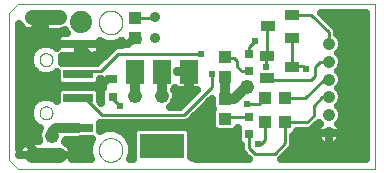
<source format=gtl>
G75*
%MOIN*%
%OFA0B0*%
%FSLAX25Y25*%
%IPPOS*%
%LPD*%
%AMOC8*
5,1,8,0,0,1.08239X$1,22.5*
%
%ADD10C,0.00000*%
%ADD11R,0.04252X0.04134*%
%ADD12R,0.05900X0.07900*%
%ADD13R,0.15000X0.07900*%
%ADD14R,0.04543X0.03650*%
%ADD15C,0.03562*%
%ADD16R,0.03937X0.04331*%
%ADD17R,0.09843X0.03150*%
%ADD18C,0.05000*%
%ADD19R,0.03150X0.03150*%
%ADD20R,0.04331X0.03937*%
%ADD21C,0.07400*%
%ADD22C,0.04134*%
%ADD23C,0.03200*%
%ADD24C,0.04800*%
%ADD25C,0.02500*%
%ADD26C,0.03750*%
%ADD27C,0.01000*%
%ADD28C,0.02400*%
D10*
X0058802Y0014831D02*
X0061802Y0011831D01*
X0180849Y0011831D01*
X0180849Y0066949D01*
X0061802Y0066949D01*
X0058802Y0063949D01*
X0058802Y0014831D01*
X0088691Y0018130D02*
X0088693Y0018255D01*
X0088699Y0018380D01*
X0088709Y0018504D01*
X0088723Y0018628D01*
X0088740Y0018752D01*
X0088762Y0018875D01*
X0088788Y0018997D01*
X0088817Y0019119D01*
X0088850Y0019239D01*
X0088888Y0019358D01*
X0088928Y0019477D01*
X0088973Y0019593D01*
X0089021Y0019708D01*
X0089073Y0019822D01*
X0089129Y0019934D01*
X0089188Y0020044D01*
X0089250Y0020152D01*
X0089316Y0020259D01*
X0089385Y0020363D01*
X0089458Y0020464D01*
X0089533Y0020564D01*
X0089612Y0020661D01*
X0089694Y0020755D01*
X0089779Y0020847D01*
X0089866Y0020936D01*
X0089957Y0021022D01*
X0090050Y0021105D01*
X0090146Y0021186D01*
X0090244Y0021263D01*
X0090344Y0021337D01*
X0090447Y0021408D01*
X0090552Y0021475D01*
X0090660Y0021540D01*
X0090769Y0021600D01*
X0090880Y0021658D01*
X0090993Y0021711D01*
X0091107Y0021761D01*
X0091223Y0021808D01*
X0091340Y0021850D01*
X0091459Y0021889D01*
X0091579Y0021925D01*
X0091700Y0021956D01*
X0091822Y0021984D01*
X0091944Y0022007D01*
X0092068Y0022027D01*
X0092192Y0022043D01*
X0092316Y0022055D01*
X0092441Y0022063D01*
X0092566Y0022067D01*
X0092690Y0022067D01*
X0092815Y0022063D01*
X0092940Y0022055D01*
X0093064Y0022043D01*
X0093188Y0022027D01*
X0093312Y0022007D01*
X0093434Y0021984D01*
X0093556Y0021956D01*
X0093677Y0021925D01*
X0093797Y0021889D01*
X0093916Y0021850D01*
X0094033Y0021808D01*
X0094149Y0021761D01*
X0094263Y0021711D01*
X0094376Y0021658D01*
X0094487Y0021600D01*
X0094597Y0021540D01*
X0094704Y0021475D01*
X0094809Y0021408D01*
X0094912Y0021337D01*
X0095012Y0021263D01*
X0095110Y0021186D01*
X0095206Y0021105D01*
X0095299Y0021022D01*
X0095390Y0020936D01*
X0095477Y0020847D01*
X0095562Y0020755D01*
X0095644Y0020661D01*
X0095723Y0020564D01*
X0095798Y0020464D01*
X0095871Y0020363D01*
X0095940Y0020259D01*
X0096006Y0020152D01*
X0096068Y0020044D01*
X0096127Y0019934D01*
X0096183Y0019822D01*
X0096235Y0019708D01*
X0096283Y0019593D01*
X0096328Y0019477D01*
X0096368Y0019358D01*
X0096406Y0019239D01*
X0096439Y0019119D01*
X0096468Y0018997D01*
X0096494Y0018875D01*
X0096516Y0018752D01*
X0096533Y0018628D01*
X0096547Y0018504D01*
X0096557Y0018380D01*
X0096563Y0018255D01*
X0096565Y0018130D01*
X0096563Y0018005D01*
X0096557Y0017880D01*
X0096547Y0017756D01*
X0096533Y0017632D01*
X0096516Y0017508D01*
X0096494Y0017385D01*
X0096468Y0017263D01*
X0096439Y0017141D01*
X0096406Y0017021D01*
X0096368Y0016902D01*
X0096328Y0016783D01*
X0096283Y0016667D01*
X0096235Y0016552D01*
X0096183Y0016438D01*
X0096127Y0016326D01*
X0096068Y0016216D01*
X0096006Y0016108D01*
X0095940Y0016001D01*
X0095871Y0015897D01*
X0095798Y0015796D01*
X0095723Y0015696D01*
X0095644Y0015599D01*
X0095562Y0015505D01*
X0095477Y0015413D01*
X0095390Y0015324D01*
X0095299Y0015238D01*
X0095206Y0015155D01*
X0095110Y0015074D01*
X0095012Y0014997D01*
X0094912Y0014923D01*
X0094809Y0014852D01*
X0094704Y0014785D01*
X0094596Y0014720D01*
X0094487Y0014660D01*
X0094376Y0014602D01*
X0094263Y0014549D01*
X0094149Y0014499D01*
X0094033Y0014452D01*
X0093916Y0014410D01*
X0093797Y0014371D01*
X0093677Y0014335D01*
X0093556Y0014304D01*
X0093434Y0014276D01*
X0093312Y0014253D01*
X0093188Y0014233D01*
X0093064Y0014217D01*
X0092940Y0014205D01*
X0092815Y0014197D01*
X0092690Y0014193D01*
X0092566Y0014193D01*
X0092441Y0014197D01*
X0092316Y0014205D01*
X0092192Y0014217D01*
X0092068Y0014233D01*
X0091944Y0014253D01*
X0091822Y0014276D01*
X0091700Y0014304D01*
X0091579Y0014335D01*
X0091459Y0014371D01*
X0091340Y0014410D01*
X0091223Y0014452D01*
X0091107Y0014499D01*
X0090993Y0014549D01*
X0090880Y0014602D01*
X0090769Y0014660D01*
X0090659Y0014720D01*
X0090552Y0014785D01*
X0090447Y0014852D01*
X0090344Y0014923D01*
X0090244Y0014997D01*
X0090146Y0015074D01*
X0090050Y0015155D01*
X0089957Y0015238D01*
X0089866Y0015324D01*
X0089779Y0015413D01*
X0089694Y0015505D01*
X0089612Y0015599D01*
X0089533Y0015696D01*
X0089458Y0015796D01*
X0089385Y0015897D01*
X0089316Y0016001D01*
X0089250Y0016108D01*
X0089188Y0016216D01*
X0089129Y0016326D01*
X0089073Y0016438D01*
X0089021Y0016552D01*
X0088973Y0016667D01*
X0088928Y0016783D01*
X0088888Y0016902D01*
X0088850Y0017021D01*
X0088817Y0017141D01*
X0088788Y0017263D01*
X0088762Y0017385D01*
X0088740Y0017508D01*
X0088723Y0017632D01*
X0088709Y0017756D01*
X0088699Y0017880D01*
X0088693Y0018005D01*
X0088691Y0018130D01*
X0068920Y0030472D02*
X0068922Y0030565D01*
X0068928Y0030657D01*
X0068938Y0030749D01*
X0068952Y0030840D01*
X0068969Y0030931D01*
X0068991Y0031021D01*
X0069016Y0031110D01*
X0069045Y0031198D01*
X0069078Y0031284D01*
X0069115Y0031369D01*
X0069155Y0031453D01*
X0069199Y0031534D01*
X0069246Y0031614D01*
X0069296Y0031692D01*
X0069350Y0031767D01*
X0069407Y0031840D01*
X0069467Y0031910D01*
X0069530Y0031978D01*
X0069596Y0032043D01*
X0069664Y0032105D01*
X0069735Y0032165D01*
X0069809Y0032221D01*
X0069885Y0032274D01*
X0069963Y0032323D01*
X0070043Y0032370D01*
X0070125Y0032412D01*
X0070209Y0032452D01*
X0070294Y0032487D01*
X0070381Y0032519D01*
X0070469Y0032548D01*
X0070558Y0032572D01*
X0070648Y0032593D01*
X0070739Y0032609D01*
X0070831Y0032622D01*
X0070923Y0032631D01*
X0071016Y0032636D01*
X0071108Y0032637D01*
X0071201Y0032634D01*
X0071293Y0032627D01*
X0071385Y0032616D01*
X0071476Y0032601D01*
X0071567Y0032583D01*
X0071657Y0032560D01*
X0071745Y0032534D01*
X0071833Y0032504D01*
X0071919Y0032470D01*
X0072003Y0032433D01*
X0072086Y0032391D01*
X0072167Y0032347D01*
X0072247Y0032299D01*
X0072324Y0032248D01*
X0072398Y0032193D01*
X0072471Y0032135D01*
X0072541Y0032075D01*
X0072608Y0032011D01*
X0072672Y0031945D01*
X0072734Y0031875D01*
X0072792Y0031804D01*
X0072847Y0031730D01*
X0072899Y0031653D01*
X0072948Y0031574D01*
X0072994Y0031494D01*
X0073036Y0031411D01*
X0073074Y0031327D01*
X0073109Y0031241D01*
X0073140Y0031154D01*
X0073167Y0031066D01*
X0073190Y0030976D01*
X0073210Y0030886D01*
X0073226Y0030795D01*
X0073238Y0030703D01*
X0073246Y0030611D01*
X0073250Y0030518D01*
X0073250Y0030426D01*
X0073246Y0030333D01*
X0073238Y0030241D01*
X0073226Y0030149D01*
X0073210Y0030058D01*
X0073190Y0029968D01*
X0073167Y0029878D01*
X0073140Y0029790D01*
X0073109Y0029703D01*
X0073074Y0029617D01*
X0073036Y0029533D01*
X0072994Y0029450D01*
X0072948Y0029370D01*
X0072899Y0029291D01*
X0072847Y0029214D01*
X0072792Y0029140D01*
X0072734Y0029069D01*
X0072672Y0028999D01*
X0072608Y0028933D01*
X0072541Y0028869D01*
X0072471Y0028809D01*
X0072398Y0028751D01*
X0072324Y0028696D01*
X0072247Y0028645D01*
X0072168Y0028597D01*
X0072086Y0028553D01*
X0072003Y0028511D01*
X0071919Y0028474D01*
X0071833Y0028440D01*
X0071745Y0028410D01*
X0071657Y0028384D01*
X0071567Y0028361D01*
X0071476Y0028343D01*
X0071385Y0028328D01*
X0071293Y0028317D01*
X0071201Y0028310D01*
X0071108Y0028307D01*
X0071016Y0028308D01*
X0070923Y0028313D01*
X0070831Y0028322D01*
X0070739Y0028335D01*
X0070648Y0028351D01*
X0070558Y0028372D01*
X0070469Y0028396D01*
X0070381Y0028425D01*
X0070294Y0028457D01*
X0070209Y0028492D01*
X0070125Y0028532D01*
X0070043Y0028574D01*
X0069963Y0028621D01*
X0069885Y0028670D01*
X0069809Y0028723D01*
X0069735Y0028779D01*
X0069664Y0028839D01*
X0069596Y0028901D01*
X0069530Y0028966D01*
X0069467Y0029034D01*
X0069407Y0029104D01*
X0069350Y0029177D01*
X0069296Y0029252D01*
X0069246Y0029330D01*
X0069199Y0029410D01*
X0069155Y0029491D01*
X0069115Y0029575D01*
X0069078Y0029660D01*
X0069045Y0029746D01*
X0069016Y0029834D01*
X0068991Y0029923D01*
X0068969Y0030013D01*
X0068952Y0030104D01*
X0068938Y0030195D01*
X0068928Y0030287D01*
X0068922Y0030379D01*
X0068920Y0030472D01*
X0068920Y0048189D02*
X0068922Y0048282D01*
X0068928Y0048374D01*
X0068938Y0048466D01*
X0068952Y0048557D01*
X0068969Y0048648D01*
X0068991Y0048738D01*
X0069016Y0048827D01*
X0069045Y0048915D01*
X0069078Y0049001D01*
X0069115Y0049086D01*
X0069155Y0049170D01*
X0069199Y0049251D01*
X0069246Y0049331D01*
X0069296Y0049409D01*
X0069350Y0049484D01*
X0069407Y0049557D01*
X0069467Y0049627D01*
X0069530Y0049695D01*
X0069596Y0049760D01*
X0069664Y0049822D01*
X0069735Y0049882D01*
X0069809Y0049938D01*
X0069885Y0049991D01*
X0069963Y0050040D01*
X0070043Y0050087D01*
X0070125Y0050129D01*
X0070209Y0050169D01*
X0070294Y0050204D01*
X0070381Y0050236D01*
X0070469Y0050265D01*
X0070558Y0050289D01*
X0070648Y0050310D01*
X0070739Y0050326D01*
X0070831Y0050339D01*
X0070923Y0050348D01*
X0071016Y0050353D01*
X0071108Y0050354D01*
X0071201Y0050351D01*
X0071293Y0050344D01*
X0071385Y0050333D01*
X0071476Y0050318D01*
X0071567Y0050300D01*
X0071657Y0050277D01*
X0071745Y0050251D01*
X0071833Y0050221D01*
X0071919Y0050187D01*
X0072003Y0050150D01*
X0072086Y0050108D01*
X0072167Y0050064D01*
X0072247Y0050016D01*
X0072324Y0049965D01*
X0072398Y0049910D01*
X0072471Y0049852D01*
X0072541Y0049792D01*
X0072608Y0049728D01*
X0072672Y0049662D01*
X0072734Y0049592D01*
X0072792Y0049521D01*
X0072847Y0049447D01*
X0072899Y0049370D01*
X0072948Y0049291D01*
X0072994Y0049211D01*
X0073036Y0049128D01*
X0073074Y0049044D01*
X0073109Y0048958D01*
X0073140Y0048871D01*
X0073167Y0048783D01*
X0073190Y0048693D01*
X0073210Y0048603D01*
X0073226Y0048512D01*
X0073238Y0048420D01*
X0073246Y0048328D01*
X0073250Y0048235D01*
X0073250Y0048143D01*
X0073246Y0048050D01*
X0073238Y0047958D01*
X0073226Y0047866D01*
X0073210Y0047775D01*
X0073190Y0047685D01*
X0073167Y0047595D01*
X0073140Y0047507D01*
X0073109Y0047420D01*
X0073074Y0047334D01*
X0073036Y0047250D01*
X0072994Y0047167D01*
X0072948Y0047087D01*
X0072899Y0047008D01*
X0072847Y0046931D01*
X0072792Y0046857D01*
X0072734Y0046786D01*
X0072672Y0046716D01*
X0072608Y0046650D01*
X0072541Y0046586D01*
X0072471Y0046526D01*
X0072398Y0046468D01*
X0072324Y0046413D01*
X0072247Y0046362D01*
X0072168Y0046314D01*
X0072086Y0046270D01*
X0072003Y0046228D01*
X0071919Y0046191D01*
X0071833Y0046157D01*
X0071745Y0046127D01*
X0071657Y0046101D01*
X0071567Y0046078D01*
X0071476Y0046060D01*
X0071385Y0046045D01*
X0071293Y0046034D01*
X0071201Y0046027D01*
X0071108Y0046024D01*
X0071016Y0046025D01*
X0070923Y0046030D01*
X0070831Y0046039D01*
X0070739Y0046052D01*
X0070648Y0046068D01*
X0070558Y0046089D01*
X0070469Y0046113D01*
X0070381Y0046142D01*
X0070294Y0046174D01*
X0070209Y0046209D01*
X0070125Y0046249D01*
X0070043Y0046291D01*
X0069963Y0046338D01*
X0069885Y0046387D01*
X0069809Y0046440D01*
X0069735Y0046496D01*
X0069664Y0046556D01*
X0069596Y0046618D01*
X0069530Y0046683D01*
X0069467Y0046751D01*
X0069407Y0046821D01*
X0069350Y0046894D01*
X0069296Y0046969D01*
X0069246Y0047047D01*
X0069199Y0047127D01*
X0069155Y0047208D01*
X0069115Y0047292D01*
X0069078Y0047377D01*
X0069045Y0047463D01*
X0069016Y0047551D01*
X0068991Y0047640D01*
X0068969Y0047730D01*
X0068952Y0047821D01*
X0068938Y0047912D01*
X0068928Y0048004D01*
X0068922Y0048096D01*
X0068920Y0048189D01*
X0088691Y0060650D02*
X0088693Y0060775D01*
X0088699Y0060900D01*
X0088709Y0061024D01*
X0088723Y0061148D01*
X0088740Y0061272D01*
X0088762Y0061395D01*
X0088788Y0061517D01*
X0088817Y0061639D01*
X0088850Y0061759D01*
X0088888Y0061878D01*
X0088928Y0061997D01*
X0088973Y0062113D01*
X0089021Y0062228D01*
X0089073Y0062342D01*
X0089129Y0062454D01*
X0089188Y0062564D01*
X0089250Y0062672D01*
X0089316Y0062779D01*
X0089385Y0062883D01*
X0089458Y0062984D01*
X0089533Y0063084D01*
X0089612Y0063181D01*
X0089694Y0063275D01*
X0089779Y0063367D01*
X0089866Y0063456D01*
X0089957Y0063542D01*
X0090050Y0063625D01*
X0090146Y0063706D01*
X0090244Y0063783D01*
X0090344Y0063857D01*
X0090447Y0063928D01*
X0090552Y0063995D01*
X0090660Y0064060D01*
X0090769Y0064120D01*
X0090880Y0064178D01*
X0090993Y0064231D01*
X0091107Y0064281D01*
X0091223Y0064328D01*
X0091340Y0064370D01*
X0091459Y0064409D01*
X0091579Y0064445D01*
X0091700Y0064476D01*
X0091822Y0064504D01*
X0091944Y0064527D01*
X0092068Y0064547D01*
X0092192Y0064563D01*
X0092316Y0064575D01*
X0092441Y0064583D01*
X0092566Y0064587D01*
X0092690Y0064587D01*
X0092815Y0064583D01*
X0092940Y0064575D01*
X0093064Y0064563D01*
X0093188Y0064547D01*
X0093312Y0064527D01*
X0093434Y0064504D01*
X0093556Y0064476D01*
X0093677Y0064445D01*
X0093797Y0064409D01*
X0093916Y0064370D01*
X0094033Y0064328D01*
X0094149Y0064281D01*
X0094263Y0064231D01*
X0094376Y0064178D01*
X0094487Y0064120D01*
X0094597Y0064060D01*
X0094704Y0063995D01*
X0094809Y0063928D01*
X0094912Y0063857D01*
X0095012Y0063783D01*
X0095110Y0063706D01*
X0095206Y0063625D01*
X0095299Y0063542D01*
X0095390Y0063456D01*
X0095477Y0063367D01*
X0095562Y0063275D01*
X0095644Y0063181D01*
X0095723Y0063084D01*
X0095798Y0062984D01*
X0095871Y0062883D01*
X0095940Y0062779D01*
X0096006Y0062672D01*
X0096068Y0062564D01*
X0096127Y0062454D01*
X0096183Y0062342D01*
X0096235Y0062228D01*
X0096283Y0062113D01*
X0096328Y0061997D01*
X0096368Y0061878D01*
X0096406Y0061759D01*
X0096439Y0061639D01*
X0096468Y0061517D01*
X0096494Y0061395D01*
X0096516Y0061272D01*
X0096533Y0061148D01*
X0096547Y0061024D01*
X0096557Y0060900D01*
X0096563Y0060775D01*
X0096565Y0060650D01*
X0096563Y0060525D01*
X0096557Y0060400D01*
X0096547Y0060276D01*
X0096533Y0060152D01*
X0096516Y0060028D01*
X0096494Y0059905D01*
X0096468Y0059783D01*
X0096439Y0059661D01*
X0096406Y0059541D01*
X0096368Y0059422D01*
X0096328Y0059303D01*
X0096283Y0059187D01*
X0096235Y0059072D01*
X0096183Y0058958D01*
X0096127Y0058846D01*
X0096068Y0058736D01*
X0096006Y0058628D01*
X0095940Y0058521D01*
X0095871Y0058417D01*
X0095798Y0058316D01*
X0095723Y0058216D01*
X0095644Y0058119D01*
X0095562Y0058025D01*
X0095477Y0057933D01*
X0095390Y0057844D01*
X0095299Y0057758D01*
X0095206Y0057675D01*
X0095110Y0057594D01*
X0095012Y0057517D01*
X0094912Y0057443D01*
X0094809Y0057372D01*
X0094704Y0057305D01*
X0094596Y0057240D01*
X0094487Y0057180D01*
X0094376Y0057122D01*
X0094263Y0057069D01*
X0094149Y0057019D01*
X0094033Y0056972D01*
X0093916Y0056930D01*
X0093797Y0056891D01*
X0093677Y0056855D01*
X0093556Y0056824D01*
X0093434Y0056796D01*
X0093312Y0056773D01*
X0093188Y0056753D01*
X0093064Y0056737D01*
X0092940Y0056725D01*
X0092815Y0056717D01*
X0092690Y0056713D01*
X0092566Y0056713D01*
X0092441Y0056717D01*
X0092316Y0056725D01*
X0092192Y0056737D01*
X0092068Y0056753D01*
X0091944Y0056773D01*
X0091822Y0056796D01*
X0091700Y0056824D01*
X0091579Y0056855D01*
X0091459Y0056891D01*
X0091340Y0056930D01*
X0091223Y0056972D01*
X0091107Y0057019D01*
X0090993Y0057069D01*
X0090880Y0057122D01*
X0090769Y0057180D01*
X0090659Y0057240D01*
X0090552Y0057305D01*
X0090447Y0057372D01*
X0090344Y0057443D01*
X0090244Y0057517D01*
X0090146Y0057594D01*
X0090050Y0057675D01*
X0089957Y0057758D01*
X0089866Y0057844D01*
X0089779Y0057933D01*
X0089694Y0058025D01*
X0089612Y0058119D01*
X0089533Y0058216D01*
X0089458Y0058316D01*
X0089385Y0058417D01*
X0089316Y0058521D01*
X0089250Y0058628D01*
X0089188Y0058736D01*
X0089129Y0058846D01*
X0089073Y0058958D01*
X0089021Y0059072D01*
X0088973Y0059187D01*
X0088928Y0059303D01*
X0088888Y0059422D01*
X0088850Y0059541D01*
X0088817Y0059661D01*
X0088788Y0059783D01*
X0088762Y0059905D01*
X0088740Y0060028D01*
X0088723Y0060152D01*
X0088709Y0060276D01*
X0088699Y0060400D01*
X0088693Y0060525D01*
X0088691Y0060650D01*
D11*
X0100802Y0062276D03*
X0100802Y0055386D03*
D12*
X0100702Y0044231D03*
X0109702Y0044231D03*
X0118702Y0044231D03*
D13*
X0109802Y0019431D03*
D14*
X0144865Y0042091D03*
X0153132Y0045831D03*
X0144865Y0049571D03*
X0153239Y0055591D03*
X0144971Y0059331D03*
X0153239Y0063071D03*
D15*
X0107302Y0062331D03*
X0107302Y0055331D03*
D16*
X0143955Y0035331D03*
X0150648Y0035331D03*
X0150648Y0027331D03*
X0143955Y0027331D03*
D17*
X0081912Y0025551D03*
X0081912Y0035287D03*
X0081912Y0043374D03*
X0081912Y0053310D03*
D18*
X0075302Y0062331D02*
X0066302Y0062331D01*
X0066302Y0016331D02*
X0075302Y0016331D01*
D19*
X0093302Y0035878D03*
X0093302Y0041783D03*
X0138802Y0044378D03*
X0138802Y0050283D03*
X0138802Y0029283D03*
X0138802Y0023378D03*
D20*
X0130802Y0028484D03*
X0130802Y0035177D03*
X0130802Y0042484D03*
X0130802Y0049177D03*
D21*
X0082802Y0060831D03*
D22*
X0165420Y0053425D03*
X0165420Y0047520D03*
X0165420Y0041614D03*
X0165420Y0035709D03*
X0165420Y0029803D03*
X0165420Y0023898D03*
D23*
X0137602Y0039131D02*
X0133648Y0035177D01*
X0130802Y0035177D01*
X0130802Y0042484D01*
X0137602Y0039131D02*
X0138102Y0039131D01*
X0109602Y0036231D02*
X0109602Y0044231D01*
X0109702Y0044231D01*
X0100802Y0044231D02*
X0100702Y0044231D01*
X0100802Y0044231D02*
X0100802Y0036231D01*
X0081912Y0025551D02*
X0081602Y0025431D01*
X0074502Y0025331D01*
X0073202Y0024031D01*
X0073202Y0022831D01*
D24*
X0073202Y0022831D03*
X0100802Y0036231D03*
X0109602Y0036231D03*
X0138102Y0039131D03*
D25*
X0126386Y0035226D02*
X0119333Y0028173D01*
X0118559Y0027399D01*
X0117549Y0026981D01*
X0089255Y0026981D01*
X0089083Y0027052D01*
X0089083Y0024441D01*
X0091199Y0025317D01*
X0094058Y0025317D01*
X0096699Y0024223D01*
X0098721Y0022201D01*
X0099815Y0019559D01*
X0099815Y0016700D01*
X0099144Y0015081D01*
X0100052Y0015081D01*
X0100052Y0024313D01*
X0101370Y0025631D01*
X0118234Y0025631D01*
X0119552Y0024313D01*
X0119552Y0015656D01*
X0120941Y0015081D01*
X0138663Y0015081D01*
X0138470Y0015273D01*
X0136470Y0017273D01*
X0136052Y0018284D01*
X0136052Y0019796D01*
X0134977Y0020871D01*
X0134977Y0025344D01*
X0133899Y0024266D01*
X0127704Y0024266D01*
X0126386Y0025584D01*
X0126386Y0031385D01*
X0126832Y0031831D01*
X0126386Y0032277D01*
X0126386Y0035226D01*
X0126386Y0034317D02*
X0125477Y0034317D01*
X0120198Y0036816D02*
X0114252Y0036816D01*
X0114252Y0037156D02*
X0113800Y0038247D01*
X0114202Y0038649D01*
X0114370Y0038480D01*
X0114883Y0038184D01*
X0115455Y0038031D01*
X0118477Y0038031D01*
X0118477Y0044006D01*
X0118927Y0044006D01*
X0118927Y0038031D01*
X0121413Y0038031D01*
X0115862Y0032481D01*
X0112428Y0032481D01*
X0113544Y0033597D01*
X0114252Y0035306D01*
X0114252Y0037156D01*
X0117602Y0036631D02*
X0118402Y0037431D01*
X0118402Y0044231D01*
X0118702Y0044231D01*
X0118476Y0044311D02*
X0114902Y0044311D01*
X0114902Y0044456D02*
X0118476Y0044456D01*
X0118476Y0044006D01*
X0114902Y0044006D01*
X0114902Y0044456D01*
X0118477Y0041813D02*
X0118927Y0041813D01*
X0118927Y0039314D02*
X0118477Y0039314D01*
X0117699Y0034317D02*
X0113842Y0034317D01*
X0122979Y0031819D02*
X0126820Y0031819D01*
X0124402Y0029831D02*
X0124402Y0025831D01*
X0095602Y0025831D01*
X0096457Y0024323D02*
X0100062Y0024323D01*
X0100052Y0021825D02*
X0098877Y0021825D01*
X0099815Y0019326D02*
X0100052Y0019326D01*
X0100052Y0016828D02*
X0099815Y0016828D01*
X0086112Y0015081D02*
X0079890Y0015081D01*
X0079935Y0015218D01*
X0080052Y0015957D01*
X0080052Y0016331D01*
X0080052Y0016705D01*
X0079935Y0017443D01*
X0079704Y0018154D01*
X0079364Y0018820D01*
X0078925Y0019425D01*
X0078396Y0019954D01*
X0077791Y0020393D01*
X0077324Y0020631D01*
X0077694Y0021525D01*
X0081586Y0021580D01*
X0082281Y0021565D01*
X0082349Y0021591D01*
X0082422Y0021592D01*
X0082734Y0021726D01*
X0086339Y0021726D01*
X0085441Y0019559D01*
X0085441Y0016700D01*
X0086112Y0015081D01*
X0085441Y0016828D02*
X0080032Y0016828D01*
X0080052Y0016331D02*
X0070802Y0016331D01*
X0070802Y0016331D01*
X0080052Y0016331D01*
X0078997Y0019326D02*
X0085441Y0019326D01*
X0070802Y0016331D02*
X0068802Y0016331D01*
X0065602Y0019531D01*
X0065602Y0033031D01*
X0072002Y0039431D01*
X0067602Y0043831D01*
X0066802Y0043031D01*
X0067602Y0043831D02*
X0065602Y0045831D01*
X0065602Y0057031D01*
X0070802Y0062231D01*
X0070802Y0062331D01*
X0070802Y0057331D01*
X0074802Y0053331D01*
X0081891Y0053331D01*
X0081912Y0053310D01*
X0081912Y0053310D01*
X0089083Y0053310D01*
X0089083Y0051439D01*
X0088930Y0050867D01*
X0088634Y0050354D01*
X0088215Y0049935D01*
X0087702Y0049639D01*
X0087129Y0049485D01*
X0081912Y0049485D01*
X0081912Y0053310D01*
X0081912Y0053310D01*
X0081912Y0049485D01*
X0076694Y0049485D01*
X0076374Y0049571D01*
X0076500Y0049266D01*
X0076500Y0047199D01*
X0087765Y0047199D01*
X0087840Y0047124D01*
X0088206Y0047124D01*
X0093644Y0052562D01*
X0094655Y0052981D01*
X0096437Y0052981D01*
X0096426Y0053023D01*
X0096426Y0054443D01*
X0094058Y0053463D01*
X0091199Y0053463D01*
X0089083Y0054339D01*
X0089083Y0053310D01*
X0081912Y0053310D01*
X0085891Y0049331D01*
X0087802Y0049331D01*
X0090390Y0049308D02*
X0076483Y0049308D01*
X0081912Y0051807D02*
X0081912Y0051807D01*
X0081912Y0053310D02*
X0074741Y0053310D01*
X0074741Y0052192D01*
X0074153Y0052780D01*
X0072162Y0053604D01*
X0070008Y0053604D01*
X0068017Y0052780D01*
X0066494Y0051257D01*
X0065670Y0049266D01*
X0065670Y0047112D01*
X0066494Y0045121D01*
X0068017Y0043598D01*
X0070008Y0042774D01*
X0072162Y0042774D01*
X0074153Y0043598D01*
X0074741Y0044186D01*
X0074741Y0040867D01*
X0076059Y0039549D01*
X0087765Y0039549D01*
X0089083Y0040867D01*
X0089083Y0041624D01*
X0089477Y0041624D01*
X0089477Y0039912D01*
X0089630Y0039340D01*
X0089924Y0038832D01*
X0089477Y0038385D01*
X0089477Y0033945D01*
X0089083Y0034338D01*
X0089083Y0037794D01*
X0087765Y0039112D01*
X0076059Y0039112D01*
X0074741Y0037794D01*
X0074741Y0034475D01*
X0074153Y0035063D01*
X0072162Y0035888D01*
X0070008Y0035888D01*
X0068017Y0035063D01*
X0066494Y0033540D01*
X0065670Y0031550D01*
X0065670Y0029395D01*
X0066494Y0027405D01*
X0068017Y0025882D01*
X0069225Y0025381D01*
X0068552Y0023756D01*
X0068552Y0021906D01*
X0068893Y0021081D01*
X0065928Y0021081D01*
X0065189Y0020964D01*
X0064478Y0020733D01*
X0063812Y0020393D01*
X0063207Y0019954D01*
X0062678Y0019425D01*
X0062239Y0018820D01*
X0062052Y0018452D01*
X0062052Y0060209D01*
X0062239Y0059841D01*
X0062678Y0059236D01*
X0063207Y0058708D01*
X0063812Y0058268D01*
X0064478Y0057929D01*
X0065189Y0057698D01*
X0065928Y0057581D01*
X0070802Y0057581D01*
X0075675Y0057581D01*
X0076414Y0057698D01*
X0077125Y0057929D01*
X0077487Y0058113D01*
X0077757Y0057460D01*
X0078083Y0057135D01*
X0076694Y0057135D01*
X0076122Y0056982D01*
X0075609Y0056685D01*
X0075190Y0056267D01*
X0074894Y0055754D01*
X0074741Y0055181D01*
X0074741Y0053310D01*
X0081912Y0053310D01*
X0081602Y0053431D01*
X0098346Y0053431D01*
X0100802Y0055386D01*
X0101602Y0055031D01*
X0096426Y0054305D02*
X0096093Y0054305D01*
X0092889Y0051807D02*
X0089083Y0051807D01*
X0089083Y0054305D02*
X0089164Y0054305D01*
X0081912Y0053310D02*
X0081912Y0053310D01*
X0081602Y0053431D02*
X0079402Y0053431D01*
X0074741Y0054305D02*
X0062052Y0054305D01*
X0062052Y0051807D02*
X0067044Y0051807D01*
X0065687Y0049308D02*
X0062052Y0049308D01*
X0062052Y0046810D02*
X0065795Y0046810D01*
X0067304Y0044311D02*
X0062052Y0044311D01*
X0062052Y0041813D02*
X0074741Y0041813D01*
X0072002Y0039431D02*
X0089402Y0039431D01*
X0091802Y0041831D01*
X0093254Y0041831D01*
X0093302Y0041783D01*
X0089645Y0039314D02*
X0062052Y0039314D01*
X0062052Y0036816D02*
X0074741Y0036816D01*
X0067271Y0034317D02*
X0062052Y0034317D01*
X0062052Y0031819D02*
X0065781Y0031819D01*
X0065701Y0029320D02*
X0062052Y0029320D01*
X0062052Y0026822D02*
X0067077Y0026822D01*
X0068787Y0024323D02*
X0062052Y0024323D01*
X0062052Y0021825D02*
X0068585Y0021825D01*
X0062607Y0019326D02*
X0062052Y0019326D01*
X0062052Y0016331D02*
X0070801Y0016331D01*
X0070801Y0016331D01*
X0062052Y0016331D01*
X0062052Y0016331D01*
X0089083Y0026822D02*
X0126386Y0026822D01*
X0124402Y0025831D02*
X0124402Y0019431D01*
X0127202Y0016631D01*
X0119552Y0016828D02*
X0136915Y0016828D01*
X0136052Y0019326D02*
X0119552Y0019326D01*
X0119552Y0021825D02*
X0134977Y0021825D01*
X0134977Y0024323D02*
X0133956Y0024323D01*
X0127647Y0024323D02*
X0119541Y0024323D01*
X0120480Y0029320D02*
X0126386Y0029320D01*
X0149441Y0015081D02*
X0152359Y0017999D01*
X0153133Y0018773D01*
X0153552Y0019784D01*
X0153552Y0022918D01*
X0154867Y0024233D01*
X0154867Y0024581D01*
X0158786Y0024581D01*
X0159796Y0024999D01*
X0160570Y0025773D01*
X0161957Y0027160D01*
X0162267Y0026850D01*
X0162127Y0026710D01*
X0161728Y0026160D01*
X0161419Y0025555D01*
X0161209Y0024909D01*
X0161103Y0024237D01*
X0161103Y0023898D01*
X0165420Y0023898D01*
X0169737Y0023898D01*
X0169737Y0024237D01*
X0169630Y0024909D01*
X0169420Y0025555D01*
X0169112Y0026160D01*
X0168712Y0026710D01*
X0168572Y0026850D01*
X0169079Y0027358D01*
X0169737Y0028944D01*
X0169737Y0030662D01*
X0169079Y0032248D01*
X0168572Y0032756D01*
X0169079Y0033263D01*
X0169737Y0034850D01*
X0169737Y0036567D01*
X0169079Y0038154D01*
X0168572Y0038661D01*
X0169079Y0039169D01*
X0169737Y0040755D01*
X0169737Y0042473D01*
X0169079Y0044060D01*
X0168572Y0044567D01*
X0169079Y0045074D01*
X0169737Y0046661D01*
X0169737Y0048378D01*
X0169079Y0049965D01*
X0168572Y0050472D01*
X0169079Y0050980D01*
X0169737Y0052566D01*
X0169737Y0054284D01*
X0169079Y0055871D01*
X0168052Y0056898D01*
X0168052Y0057878D01*
X0167633Y0058888D01*
X0166859Y0059662D01*
X0162823Y0063699D01*
X0177599Y0063699D01*
X0177599Y0015081D01*
X0149441Y0015081D01*
X0151188Y0016828D02*
X0177599Y0016828D01*
X0177599Y0019326D02*
X0153362Y0019326D01*
X0153552Y0021825D02*
X0161631Y0021825D01*
X0161728Y0021635D02*
X0161419Y0022241D01*
X0161209Y0022887D01*
X0161103Y0023558D01*
X0161103Y0023898D01*
X0165420Y0023898D01*
X0165420Y0023898D01*
X0169737Y0023898D01*
X0169737Y0023558D01*
X0169630Y0022887D01*
X0169420Y0022241D01*
X0169112Y0021635D01*
X0168712Y0021085D01*
X0168232Y0020605D01*
X0167682Y0020205D01*
X0167077Y0019897D01*
X0166431Y0019687D01*
X0165759Y0019581D01*
X0165420Y0019581D01*
X0165420Y0023898D01*
X0165420Y0023898D01*
X0165420Y0023898D01*
X0165420Y0019581D01*
X0165080Y0019581D01*
X0164409Y0019687D01*
X0163763Y0019897D01*
X0163157Y0020205D01*
X0162607Y0020605D01*
X0162127Y0021085D01*
X0161728Y0021635D01*
X0165420Y0021825D02*
X0165420Y0021825D01*
X0169208Y0021825D02*
X0177599Y0021825D01*
X0177599Y0024323D02*
X0169723Y0024323D01*
X0168601Y0026822D02*
X0177599Y0026822D01*
X0177599Y0029320D02*
X0169737Y0029320D01*
X0169257Y0031819D02*
X0177599Y0031819D01*
X0177599Y0034317D02*
X0169516Y0034317D01*
X0169634Y0036816D02*
X0177599Y0036816D01*
X0177599Y0039314D02*
X0169140Y0039314D01*
X0169737Y0041813D02*
X0177599Y0041813D01*
X0177599Y0044311D02*
X0168828Y0044311D01*
X0169737Y0046810D02*
X0177599Y0046810D01*
X0177599Y0049308D02*
X0169351Y0049308D01*
X0169422Y0051807D02*
X0177599Y0051807D01*
X0177599Y0054305D02*
X0169728Y0054305D01*
X0168146Y0056804D02*
X0177599Y0056804D01*
X0177599Y0059302D02*
X0167219Y0059302D01*
X0164720Y0061801D02*
X0177599Y0061801D01*
X0162239Y0026822D02*
X0161619Y0026822D01*
X0160570Y0025773D02*
X0160570Y0025773D01*
X0161116Y0024323D02*
X0154867Y0024323D01*
X0089477Y0034317D02*
X0089104Y0034317D01*
X0089083Y0036816D02*
X0089477Y0036816D01*
X0075814Y0056804D02*
X0062052Y0056804D01*
X0062052Y0059302D02*
X0062630Y0059302D01*
X0070802Y0059302D02*
X0070802Y0059302D01*
X0070802Y0057581D02*
X0070802Y0062331D01*
X0070802Y0062331D01*
X0070802Y0057581D01*
X0070802Y0061801D02*
X0070802Y0061801D01*
D26*
X0087802Y0049331D03*
X0066802Y0043031D03*
X0095602Y0025831D03*
X0117602Y0036631D03*
X0124402Y0029831D03*
X0127202Y0016631D03*
D27*
X0138802Y0018831D02*
X0140802Y0016831D01*
X0147302Y0016831D01*
X0150802Y0020331D01*
X0150802Y0027177D01*
X0150648Y0027331D01*
X0158239Y0027331D01*
X0160302Y0029394D01*
X0160302Y0032831D01*
X0163180Y0035709D01*
X0165420Y0035709D01*
X0163585Y0041614D02*
X0157302Y0035331D01*
X0156302Y0035331D01*
X0153802Y0035331D01*
X0150648Y0035331D01*
X0143955Y0035331D02*
X0141955Y0033331D01*
X0138002Y0033331D01*
X0138802Y0029283D02*
X0131601Y0029283D01*
X0130802Y0028484D01*
X0138802Y0023378D02*
X0138802Y0018831D01*
X0141602Y0020231D02*
X0142702Y0020231D01*
X0143955Y0021484D01*
X0143955Y0027331D01*
X0143602Y0028231D01*
X0150648Y0027331D02*
X0150802Y0028177D01*
X0150802Y0028631D02*
X0150648Y0027331D01*
X0126402Y0039131D02*
X0117002Y0029731D01*
X0089802Y0029731D01*
X0084245Y0035287D01*
X0081912Y0035287D01*
X0093302Y0035231D02*
X0093302Y0035878D01*
X0093302Y0035231D02*
X0095702Y0032831D01*
X0082912Y0044374D02*
X0081912Y0043374D01*
X0082912Y0044374D02*
X0089345Y0044374D01*
X0095202Y0050231D01*
X0122902Y0050231D01*
X0130802Y0049177D02*
X0131148Y0048831D01*
X0133802Y0048831D01*
X0134802Y0047831D01*
X0134802Y0045831D01*
X0136302Y0044331D01*
X0138754Y0044331D01*
X0138802Y0044378D01*
X0144402Y0045731D02*
X0144402Y0049031D01*
X0144865Y0049571D02*
X0144802Y0050231D01*
X0144802Y0059031D01*
X0144971Y0059331D01*
X0153239Y0063071D02*
X0159561Y0063071D01*
X0165302Y0057331D01*
X0165302Y0053543D01*
X0165420Y0053425D01*
X0153602Y0055431D02*
X0153132Y0054961D01*
X0153132Y0045831D01*
X0153202Y0046231D01*
X0156602Y0046231D01*
X0157602Y0045231D01*
X0160802Y0045831D02*
X0160802Y0042831D01*
X0159302Y0041331D01*
X0146502Y0041331D01*
X0145202Y0042631D01*
X0144865Y0042091D01*
X0160802Y0045831D02*
X0162491Y0047520D01*
X0165420Y0047520D01*
X0165420Y0041614D02*
X0163585Y0041614D01*
X0138802Y0050283D02*
X0138802Y0052331D01*
X0140802Y0054331D01*
X0153239Y0055591D02*
X0153602Y0055431D01*
X0126402Y0043431D02*
X0126402Y0039131D01*
X0107202Y0062231D02*
X0101602Y0062231D01*
X0100802Y0062276D01*
X0107202Y0062231D02*
X0107302Y0062331D01*
D28*
X0122902Y0050231D03*
X0126402Y0043431D03*
X0144402Y0045731D03*
X0157602Y0045231D03*
X0140802Y0054331D03*
X0138002Y0033331D03*
X0141602Y0020231D03*
X0095702Y0032831D03*
M02*

</source>
